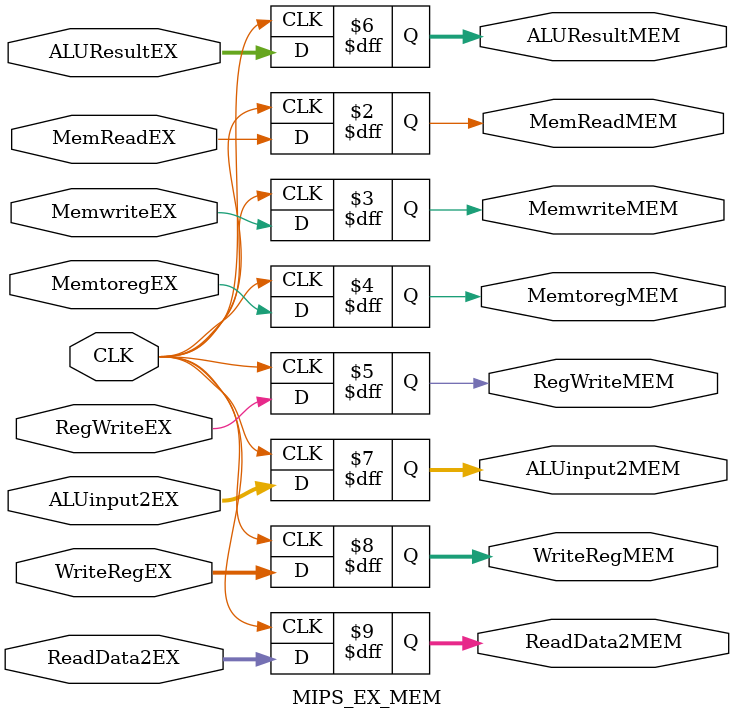
<source format=v>
`timescale 1ns / 1ps

// Revision: 
// Revision 0.01 - File Created
// Additional Comments: 
////////////////////////////////////// EX_MEM REGISTER//////////////////////////////////////////////
module MIPS_EX_MEM(
	input   CLK,			//INPUT CLOCK
	input 	MemReadEX,	
	input 	MemwriteEX,
	input 	MemtoregEX,
	input 	RegWriteEX,	
	input 	[31:0]ALUResultEX,
	input 	[31:0]ALUinput2EX,
	input 	[4:0]WriteRegEX,
	input   [31:0] ReadData2EX,
	output	reg 	MemReadMEM,	
	output	reg 	MemwriteMEM,
	output	reg 	MemtoregMEM,
	output	reg 	RegWriteMEM,	
	output	reg 	[31:0]ALUResultMEM,
	output	reg 	[31:0]ALUinput2MEM,
	output	reg 	[4:0]WriteRegMEM,
	output	reg	[31:0]ReadData2MEM
);
	//At ClockEdge Write the contents to EX/MEM Register
	always @(posedge CLK)
	begin 
		MemReadMEM <= MemReadEX; 	
		MemwriteMEM <= MemwriteEX;
		MemtoregMEM <= MemtoregEX;
		RegWriteMEM <= RegWriteEX;
		ALUResultMEM <= ALUResultEX;
		ALUinput2MEM <= ALUinput2EX;
		WriteRegMEM <= WriteRegEX;
		ReadData2MEM <= ReadData2EX;
	end

	
endmodule

</source>
